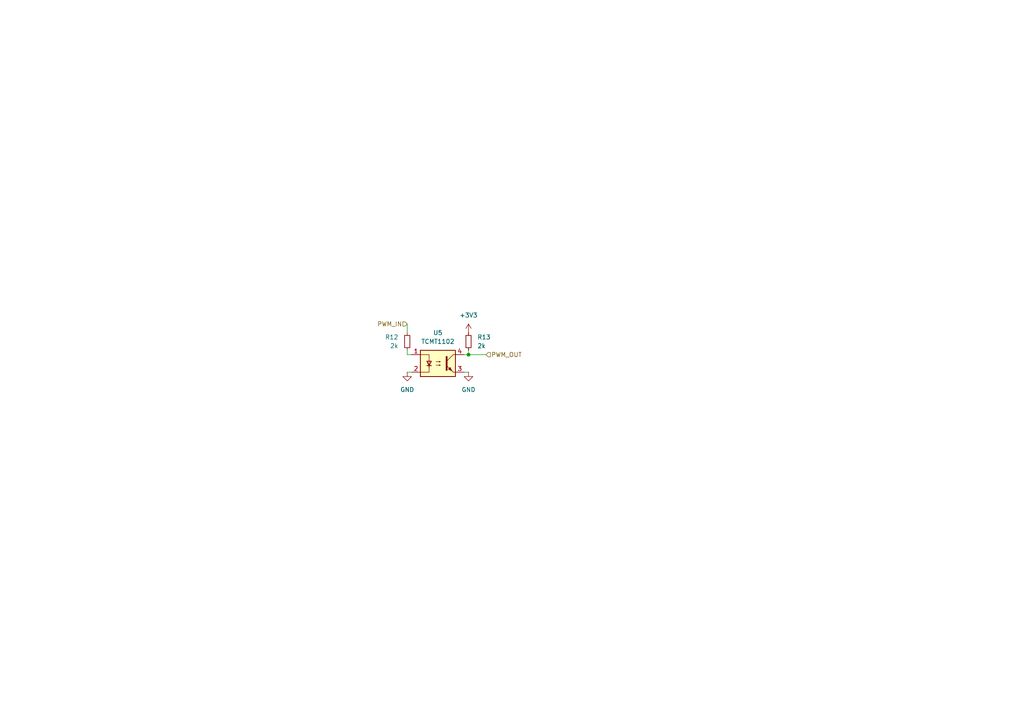
<source format=kicad_sch>
(kicad_sch (version 20231120) (generator "eeschema") (generator_version "8.0")
  (paper "A4")
  (lib_symbols
    (symbol "Device:R_Small" (pin_numbers hide) (pin_names (offset 0.254) hide)
      (property "Reference" "R" (at 0.762 0.508 0))
      (property "Value" "R_Small" (at 0.762 -1.016 0))
      (symbol "R_Small_0_1"
        (rectangle (start -0.762 1.778) (end 0.762 -1.778) (stroke (width 0.2032)))
      )
      (symbol "R_Small_1_1"
        (pin passive line (at 0 2.54 270) (length 0.762) (name "~") (number "1"))
        (pin passive line (at 0 -2.54 90) (length 0.762) (name "~") (number "2"))
      )
    )
    (symbol "Isolator:TCMT1102" (pin_names (offset 1.016))
      (property "Reference" "U" (at 0 5.08 0))
      (property "Value" "TCMT1102" (at 0 -5.08 0))
      (symbol "TCMT1102_1_1"
        (rectangle (start -5.08 3.81) (end 5.08 -3.81) (stroke (width 0.254)) (fill (type background)))
        (polyline (pts (xy -3.175 -0.635) (xy -1.905 -0.635)) (stroke (width 0.254)))
        (polyline (pts (xy 2.54 0.635) (xy 4.445 2.54)))
        (polyline (pts (xy 4.445 -2.54) (xy 2.54 -0.635)) (fill (type outline)))
        (polyline (pts (xy 4.445 -2.54) (xy 5.08 -2.54)))
        (polyline (pts (xy 4.445 2.54) (xy 5.08 2.54)))
        (polyline (pts (xy -2.54 -0.635) (xy -2.54 -2.54) (xy -5.08 -2.54)))
        (polyline (pts (xy 2.54 1.905) (xy 2.54 -1.905) (xy 2.54 -1.905)) (stroke (width 0.508)))
        (polyline (pts (xy -5.08 2.54) (xy -2.54 2.54) (xy -2.54 -1.27) (xy -2.54 0.635)))
        (polyline (pts (xy -2.54 -0.635) (xy -3.175 0.635) (xy -1.905 0.635) (xy -2.54 -0.635)) (stroke (width 0.254)))
        (polyline (pts (xy -0.508 -0.508) (xy 0.762 -0.508) (xy 0.381 -0.635) (xy 0.381 -0.381) (xy 0.762 -0.508)))
        (polyline (pts (xy -0.508 0.508) (xy 0.762 0.508) (xy 0.381 0.381) (xy 0.381 0.635) (xy 0.762 0.508)))
        (polyline (pts (xy 3.048 -1.651) (xy 3.556 -1.143) (xy 4.064 -2.159) (xy 3.048 -1.651) (xy 3.048 -1.651)) (fill (type outline)))
        (pin passive line (at -7.62 2.54 0) (length 2.54) (name "~") (number "1"))
        (pin passive line (at -7.62 -2.54 0) (length 2.54) (name "~") (number "2"))
        (pin passive line (at 7.62 -2.54 180) (length 2.54) (name "~") (number "3"))
        (pin passive line (at 7.62 2.54 180) (length 2.54) (name "~") (number "4"))
      )
    )
    (symbol "power:+3V3" (power) (pin_numbers hide) (pin_names (offset 0) hide)
      (property "Value" "+3V3" (at 0 3.556 0))
      (symbol "+3V3_0_1"
        (polyline (pts (xy -0.762 1.27) (xy 0 2.54)))
        (polyline (pts (xy 0 0) (xy 0 2.54)))
        (polyline (pts (xy 0 2.54) (xy 0.762 1.27)))
      )
      (symbol "+3V3_1_1"
        (pin power_in line (at 0 0 90) (length 0) (name "~") (number "1"))
      )
    )
    (symbol "power:GND" (power) (pin_numbers hide) (pin_names (offset 0) hide)
      (property "Value" "GND" (at 0 -3.81 0))
      (symbol "GND_0_1"
        (polyline (pts (xy 0 0) (xy 0 -1.27) (xy 1.27 -1.27) (xy 0 -2.54) (xy -1.27 -1.27) (xy 0 -1.27)))
      )
      (symbol "GND_1_1"
        (pin power_in line (at 0 0 270) (length 0) (name "~") (number "1"))
      )
    )
  )
  (junction (at 135.89 102.87))
  (wire (pts (xy 118.11 93.98) (xy 118.11 96.52)))
  (wire (pts (xy 134.62 102.87) (xy 135.89 102.87)))
  (wire (pts (xy 135.89 102.87) (xy 140.97 102.87)))
  (wire (pts (xy 135.89 107.95) (xy 134.62 107.95)))
  (wire (pts (xy 135.89 101.6) (xy 135.89 102.87)))
  (wire (pts (xy 118.11 102.87) (xy 119.38 102.87)))
  (wire (pts (xy 118.11 101.6) (xy 118.11 102.87)))
  (wire (pts (xy 118.11 107.95) (xy 119.38 107.95)))
  (hierarchical_label "PWM_IN" (shape input) (at 118.11 93.98 180))
  (hierarchical_label "PWM_OUT" (shape input) (at 140.97 102.87 0))
  (symbol (lib_id "Isolator:TCMT1102") (at 127 105.41 0) (unit 1)
    (property "Reference" "U5" (at 127 96.52 0))
    (property "Value" "TCMT1102" (at 127 99.06 0))
    (property "Footprint" "Package_SO:SOP-4_4.4x2.6mm_P1.27mm" (effects (hide yes)))
    (property "Datasheet" "http://www.vishay.com/docs/83510/tcmt1100.pdf" (effects (hide yes)))
    (property "Description" "Optocoupler, Vce 70V, CTR 63-125%, Viso 3750V (RMS), SOP-4" (effects (hide yes)))
  )
  (symbol (lib_id "power:GND") (at 135.89 107.95 0) (unit 1)
    (property "Reference" "#PWR083" (effects (hide yes)))
    (property "Value" "GND" (at 135.89 113.03 0))
    (property "Description" "Power symbol creates a global label with name \"GND\" , ground" (effects (hide yes)))
  )
  (symbol (lib_id "power:+3V3") (at 135.89 96.52 0) (unit 1)
    (property "Reference" "#PWR085" (effects (hide yes)))
    (property "Value" "+3V3" (at 135.89 91.44 0))
    (property "Description" "Power symbol creates a global label with name \"+3V3\"" (effects (hide yes)))
  )
  (symbol (lib_id "power:GND") (at 118.11 107.95 0) (unit 1)
    (property "Reference" "#PWR084" (effects (hide yes)))
    (property "Value" "GND" (at 118.11 113.03 0))
    (property "Description" "Power symbol creates a global label with name \"GND\" , ground" (effects (hide yes)))
  )
  (symbol (lib_id "Device:R_Small") (at 118.11 99.06 0) (unit 1)
    (property "Reference" "R12" (at 115.57 97.7899 0) (effects (justify right)))
    (property "Value" "2k" (at 115.57 100.3299 0) (effects (justify right)))
    (property "Footprint" "Resistor_SMD:R_0402_1005Metric_Pad0.72x0.64mm_HandSolder" (effects (hide yes)))
    (property "Description" "Resistor, small symbol" (effects (hide yes)))
  )
  (symbol (lib_id "Device:R_Small") (at 135.89 99.06 0) (unit 1)
    (property "Reference" "R13" (at 138.43 97.7899 0) (effects (justify left)))
    (property "Value" "2k" (at 138.43 100.3299 0) (effects (justify left)))
    (property "Footprint" "Resistor_SMD:R_0402_1005Metric_Pad0.72x0.64mm_HandSolder" (effects (hide yes)))
    (property "Description" "Resistor, small symbol" (effects (hide yes)))
  )
)
</source>
